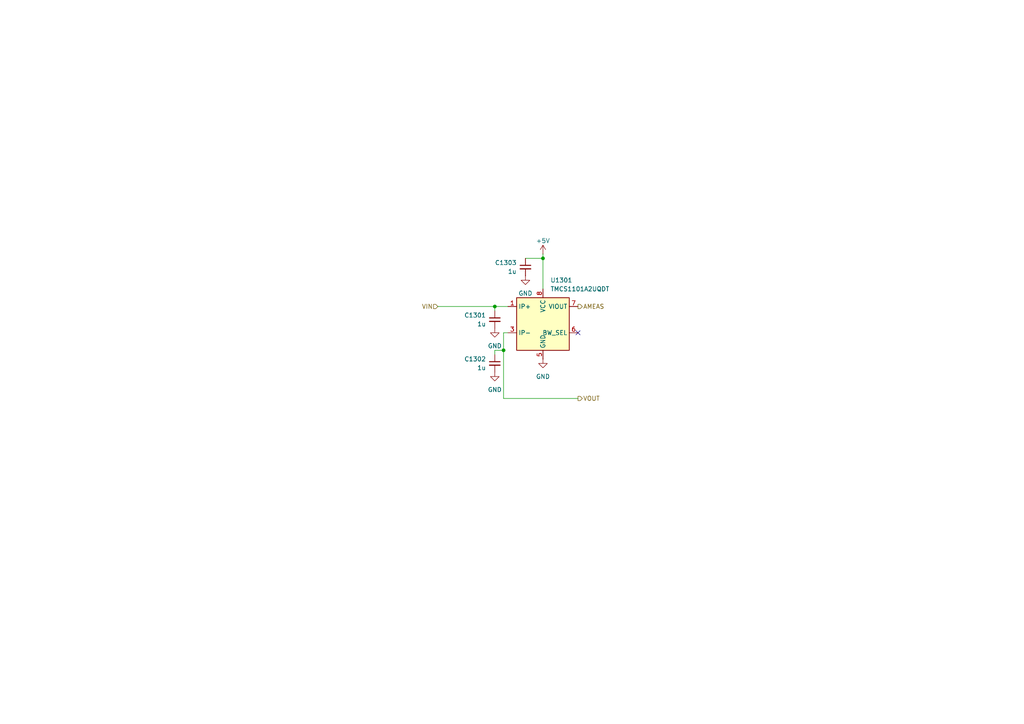
<source format=kicad_sch>
(kicad_sch (version 20250114) (generator "eeschema") (generator_version "9.0")
  (paper "A4")
  (lib_symbols
    (symbol "Device:C_Small" (pin_numbers (hide yes)) (pin_names (offset 0.254) (hide yes))
      (property "Reference" "C" (at 0.254 1.778 0))
      (property "Value" "C_Small" (at 0.254 -2.032 0))
      (symbol "C_Small_0_1"
        (polyline (pts (xy -1.524 0.508) (xy 1.524 0.508)) (stroke (width 0.3048)))
        (polyline (pts (xy -1.524 -0.508) (xy 1.524 -0.508)) (stroke (width 0.3302)))
      )
      (symbol "C_Small_1_1"
        (pin passive line (at 0 2.54 270) (length 2.032) (name "~") (number "1"))
        (pin passive line (at 0 -2.54 90) (length 2.032) (name "~") (number "2"))
      )
    )
    (symbol "Sensor_Current:ACS723xLCTR-40AB"
      (property "Reference" "U" (at 2.54 11.43 0))
      (property "Value" "ACS723xLCTR-40AB" (at 2.54 8.89 0))
      (symbol "ACS723xLCTR-40AB_0_1"
        (rectangle (start -7.62 7.62) (end 7.62 -7.62) (stroke (width 0.254)) (fill (type background)))
      )
      (symbol "ACS723xLCTR-40AB_1_1"
        (pin passive line (at -10.16 5.08 0) (length 2.54) (name "IP+") (number "1"))
        (pin passive line (at -10.16 5.08 0) (length 2.54) (hide yes) (name "IP+") (number "2"))
        (pin passive line (at -10.16 -2.54 0) (length 2.54) (name "IP-") (number "3"))
        (pin passive line (at -10.16 -2.54 0) (length 2.54) (hide yes) (name "IP-") (number "4"))
        (pin power_in line (at 0 10.16 270) (length 2.54) (name "VCC") (number "8"))
        (pin power_in line (at 0 -10.16 90) (length 2.54) (name "GND") (number "5"))
        (pin output line (at 10.16 5.08 180) (length 2.54) (name "VIOUT") (number "7"))
        (pin input line (at 10.16 -2.54 180) (length 2.54) (name "BW_SEL") (number "6"))
      )
    )
    (symbol "power:+5V" (power) (pin_numbers (hide yes)) (pin_names (offset 0) (hide yes))
      (property "Value" "+5V" (at 0 3.556 0))
      (symbol "+5V_0_1"
        (polyline (pts (xy -0.762 1.27) (xy 0 2.54)))
        (polyline (pts (xy 0 2.54) (xy 0.762 1.27)))
        (polyline (pts (xy 0 0) (xy 0 2.54)))
      )
      (symbol "+5V_1_1"
        (pin power_in line (at 0 0 90) (length 0) (name "~") (number "1"))
      )
    )
    (symbol "power:GND" (power) (pin_numbers (hide yes)) (pin_names (offset 0) (hide yes))
      (property "Value" "GND" (at 0 -3.81 0))
      (symbol "GND_0_1"
        (polyline (pts (xy 0 0) (xy 0 -1.27) (xy 1.27 -1.27) (xy 0 -2.54) (xy -1.27 -1.27) (xy 0 -1.27)))
      )
      (symbol "GND_1_1"
        (pin power_in line (at 0 0 270) (length 0) (name "~") (number "1"))
      )
    )
  )
  (junction (at 146.05 101.6))
  (junction (at 157.48 74.93))
  (junction (at 143.51 88.9))
  (no_connect (at 167.64 96.52))
  (wire (pts (xy 143.51 101.6) (xy 143.51 102.87)))
  (wire (pts (xy 146.05 115.57) (xy 167.64 115.57)))
  (wire (pts (xy 143.51 90.17) (xy 143.51 88.9)))
  (wire (pts (xy 146.05 101.6) (xy 146.05 115.57)))
  (wire (pts (xy 157.48 73.66) (xy 157.48 74.93)))
  (wire (pts (xy 143.51 101.6) (xy 146.05 101.6)))
  (wire (pts (xy 127 88.9) (xy 143.51 88.9)))
  (wire (pts (xy 146.05 96.52) (xy 147.32 96.52)))
  (wire (pts (xy 146.05 96.52) (xy 146.05 101.6)))
  (wire (pts (xy 157.48 83.82) (xy 157.48 74.93)))
  (wire (pts (xy 157.48 74.93) (xy 152.4 74.93)))
  (wire (pts (xy 143.51 88.9) (xy 147.32 88.9)))
  (hierarchical_label "AMEAS" (shape output) (at 167.64 88.9 0))
  (hierarchical_label "VOUT" (shape output) (at 167.64 115.57 0))
  (hierarchical_label "VIN" (shape input) (at 127 88.9 180))
  (symbol (lib_id "power:+5V") (at 157.48 73.66 0) (unit 1)
    (property "Reference" "#PWR0404" (effects (hide yes)))
    (property "Value" "+5V" (at 157.48 69.85 0))
    (property "Description" "Power symbol creates a global label with name \"+5V\"" (effects (hide yes)))
    (instances (project "TEST_PCB" (path "" (reference "#PWR01304") (unit 1)) (path "" (reference "#PWR0404") (unit 1))) (project "EPS" (path "" (reference "#PWR010404") (unit 1)) (path "" (reference "#PWR010504") (unit 1)) (path "" (reference "#PWR010604") (unit 1)) (path "" (reference "#PWR011004") (unit 1)) (path "" (reference "#PWR010904") (unit 1)) (path "" (reference "#PWR09335") (unit 1)) (path "" (reference "#PWR09320") (unit 1)) (path "" (reference "#PWR09325") (unit 1)) (path "" (reference "#PWR09330") (unit 1)) (path "" (reference "#PWR09404") (unit 1)) (path "" (reference "#PWR09315") (unit 1)) (path "" (reference "#PWR09310") (unit 1)) (path "" (reference "#PWR09419") (unit 1)) (path "" (reference "#PWR09409") (unit 1)) (path "" (reference "#PWR09414") (unit 1)) (path "" (reference "#PWR010509") (unit 1)) (path "" (reference "#PWR010704") (unit 1)) (path "" (reference "#PWR011104") (unit 1)) (path "" (reference "#PWR011204") (unit 1))))
  )
  (symbol (lib_id "power:GND") (at 143.51 107.95 0) (unit 1)
    (property "Reference" "#PWR0402" (effects (hide yes)))
    (property "Value" "GND" (at 143.51 113.03 0))
    (property "Description" "Power symbol creates a global label with name \"GND\" , ground" (effects (hide yes)))
    (instances (project "TEST_PCB" (path "" (reference "#PWR01302") (unit 1)) (path "" (reference "#PWR0402") (unit 1))) (project "EPS" (path "" (reference "#PWR010402") (unit 1)) (path "" (reference "#PWR010502") (unit 1)) (path "" (reference "#PWR010602") (unit 1)) (path "" (reference "#PWR011002") (unit 1)) (path "" (reference "#PWR010902") (unit 1)) (path "" (reference "#PWR09333") (unit 1)) (path "" (reference "#PWR09318") (unit 1)) (path "" (reference "#PWR09323") (unit 1)) (path "" (reference "#PWR09328") (unit 1)) (path "" (reference "#PWR09402") (unit 1)) (path "" (reference "#PWR09313") (unit 1)) (path "" (reference "#PWR09308") (unit 1)) (path "" (reference "#PWR09417") (unit 1)) (path "" (reference "#PWR09407") (unit 1)) (path "" (reference "#PWR09412") (unit 1)) (path "" (reference "#PWR010507") (unit 1)) (path "" (reference "#PWR010702") (unit 1)) (path "" (reference "#PWR011102") (unit 1)) (path "" (reference "#PWR011202") (unit 1))))
  )
  (symbol (lib_id "Device:C_Small") (at 143.51 92.71 0) (mirror y) (unit 1)
    (property "Reference" "C401" (at 140.97 91.4462 0) (effects (justify left)))
    (property "Value" "1u" (at 140.97 93.9862 0) (effects (justify left)))
    (property "Footprint" "Capacitor_SMD:C_0603_1608Metric_Pad1.08x0.95mm_HandSolder" (effects (hide yes)))
    (property "Description" "Unpolarized capacitor, small symbol" (effects (hide yes)))
    (instances (project "TEST_PCB" (path "" (reference "C1301") (unit 1)) (path "" (reference "C401") (unit 1))) (project "EPS" (path "" (reference "C10401") (unit 1)) (path "" (reference "C10501") (unit 1)) (path "" (reference "C10601") (unit 1)) (path "" (reference "C11001") (unit 1)) (path "" (reference "C10901") (unit 1)) (path "" (reference "C9321") (unit 1)) (path "" (reference "C9312") (unit 1)) (path "" (reference "C9315") (unit 1)) (path "" (reference "C9318") (unit 1)) (path "" (reference "C9401") (unit 1)) (path "" (reference "C9309") (unit 1)) (path "" (reference "C9306") (unit 1)) (path "" (reference "C9410") (unit 1)) (path "" (reference "C9404") (unit 1)) (path "" (reference "C9407") (unit 1)) (path "" (reference "C10504") (unit 1)) (path "" (reference "C10701") (unit 1)) (path "" (reference "C11101") (unit 1)) (path "" (reference "C11201") (unit 1))))
  )
  (symbol (lib_id "power:GND") (at 157.48 104.14 0) (unit 1)
    (property "Reference" "#PWR0405" (effects (hide yes)))
    (property "Value" "GND" (at 157.48 109.22 0))
    (property "Description" "Power symbol creates a global label with name \"GND\" , ground" (effects (hide yes)))
    (instances (project "TEST_PCB" (path "" (reference "#PWR01305") (unit 1)) (path "" (reference "#PWR0405") (unit 1))) (project "EPS" (path "" (reference "#PWR010405") (unit 1)) (path "" (reference "#PWR010505") (unit 1)) (path "" (reference "#PWR010605") (unit 1)) (path "" (reference "#PWR011005") (unit 1)) (path "" (reference "#PWR010905") (unit 1)) (path "" (reference "#PWR09336") (unit 1)) (path "" (reference "#PWR09321") (unit 1)) (path "" (reference "#PWR09326") (unit 1)) (path "" (reference "#PWR09331") (unit 1)) (path "" (reference "#PWR09405") (unit 1)) (path "" (reference "#PWR09316") (unit 1)) (path "" (reference "#PWR09311") (unit 1)) (path "" (reference "#PWR09420") (unit 1)) (path "" (reference "#PWR09410") (unit 1)) (path "" (reference "#PWR09415") (unit 1)) (path "" (reference "#PWR010510") (unit 1)) (path "" (reference "#PWR010705") (unit 1)) (path "" (reference "#PWR011105") (unit 1)) (path "" (reference "#PWR011205") (unit 1))))
  )
  (symbol (lib_id "Sensor_Current:ACS723xLCTR-40AB") (at 157.48 93.98 0) (unit 1)
    (property "Reference" "U401" (at 159.6233 81.28 0) (effects (justify left)))
    (property "Value" "TMCS1101A2UQDT" (at 159.6233 83.82 0) (effects (justify left)))
    (property "Footprint" "Package_SO:SOIC-8_3.9x4.9mm_P1.27mm" (effects (hide yes)))
    (property "Datasheet" "https://www.ti.com/lit/ds/symlink/tmcs1101.pdf?ts=1759113786114" (effects (hide yes)))
    (instances (project "TEST_PCB" (path "" (reference "U1301") (unit 1)) (path "" (reference "U401") (unit 1))) (project "EPS" (path "" (reference "U10401") (unit 1)) (path "" (reference "U10501") (unit 1)) (path "" (reference "U10601") (unit 1)) (path "" (reference "U11001") (unit 1)) (path "" (reference "U10901") (unit 1)) (path "" (reference "U9307") (unit 1)) (path "" (reference "U9304") (unit 1)) (path "" (reference "U9305") (unit 1)) (path "" (reference "U9306") (unit 1)) (path "" (reference "U9401") (unit 1)) (path "" (reference "U9303") (unit 1)) (path "" (reference "U9302") (unit 1)) (path "" (reference "U9404") (unit 1)) (path "" (reference "U9402") (unit 1)) (path "" (reference "U9403") (unit 1)) (path "" (reference "U10502") (unit 1)) (path "" (reference "U10701") (unit 1)) (path "" (reference "U11101") (unit 1)) (path "" (reference "U11201") (unit 1))))
  )
  (symbol (lib_id "Device:C_Small") (at 152.4 77.47 0) (mirror y) (unit 1)
    (property "Reference" "C403" (at 149.86 76.2062 0) (effects (justify left)))
    (property "Value" "1u" (at 149.86 78.7462 0) (effects (justify left)))
    (property "Footprint" "Capacitor_SMD:C_0603_1608Metric_Pad1.08x0.95mm_HandSolder" (effects (hide yes)))
    (property "Description" "Unpolarized capacitor, small symbol" (effects (hide yes)))
    (instances (project "TEST_PCB" (path "" (reference "C1303") (unit 1)) (path "" (reference "C403") (unit 1))) (project "EPS" (path "" (reference "C10403") (unit 1)) (path "" (reference "C10503") (unit 1)) (path "" (reference "C10603") (unit 1)) (path "" (reference "C11003") (unit 1)) (path "" (reference "C10903") (unit 1)) (path "" (reference "C9323") (unit 1)) (path "" (reference "C9314") (unit 1)) (path "" (reference "C9317") (unit 1)) (path "" (reference "C9320") (unit 1)) (path "" (reference "C9403") (unit 1)) (path "" (reference "C9311") (unit 1)) (path "" (reference "C9308") (unit 1)) (path "" (reference "C9412") (unit 1)) (path "" (reference "C9406") (unit 1)) (path "" (reference "C9409") (unit 1)) (path "" (reference "C10506") (unit 1)) (path "" (reference "C10703") (unit 1)) (path "" (reference "C11103") (unit 1)) (path "" (reference "C11203") (unit 1))))
  )
  (symbol (lib_id "Device:C_Small") (at 143.51 105.41 0) (mirror y) (unit 1)
    (property "Reference" "C402" (at 140.97 104.1462 0) (effects (justify left)))
    (property "Value" "1u" (at 140.97 106.6862 0) (effects (justify left)))
    (property "Footprint" "Capacitor_SMD:C_0603_1608Metric_Pad1.08x0.95mm_HandSolder" (effects (hide yes)))
    (property "Description" "Unpolarized capacitor, small symbol" (effects (hide yes)))
    (instances (project "TEST_PCB" (path "" (reference "C1302") (unit 1)) (path "" (reference "C402") (unit 1))) (project "EPS" (path "" (reference "C10402") (unit 1)) (path "" (reference "C10502") (unit 1)) (path "" (reference "C10602") (unit 1)) (path "" (reference "C11002") (unit 1)) (path "" (reference "C10902") (unit 1)) (path "" (reference "C9322") (unit 1)) (path "" (reference "C9313") (unit 1)) (path "" (reference "C9316") (unit 1)) (path "" (reference "C9319") (unit 1)) (path "" (reference "C9402") (unit 1)) (path "" (reference "C9310") (unit 1)) (path "" (reference "C9307") (unit 1)) (path "" (reference "C9411") (unit 1)) (path "" (reference "C9405") (unit 1)) (path "" (reference "C9408") (unit 1)) (path "" (reference "C10505") (unit 1)) (path "" (reference "C10702") (unit 1)) (path "" (reference "C11102") (unit 1)) (path "" (reference "C11202") (unit 1))))
  )
  (symbol (lib_id "power:GND") (at 143.51 95.25 0) (unit 1)
    (property "Reference" "#PWR0401" (effects (hide yes)))
    (property "Value" "GND" (at 143.51 100.33 0))
    (property "Description" "Power symbol creates a global label with name \"GND\" , ground" (effects (hide yes)))
    (instances (project "TEST_PCB" (path "" (reference "#PWR01301") (unit 1)) (path "" (reference "#PWR0401") (unit 1))) (project "EPS" (path "" (reference "#PWR010401") (unit 1)) (path "" (reference "#PWR010501") (unit 1)) (path "" (reference "#PWR010601") (unit 1)) (path "" (reference "#PWR011001") (unit 1)) (path "" (reference "#PWR010901") (unit 1)) (path "" (reference "#PWR09332") (unit 1)) (path "" (reference "#PWR09317") (unit 1)) (path "" (reference "#PWR09322") (unit 1)) (path "" (reference "#PWR09327") (unit 1)) (path "" (reference "#PWR09401") (unit 1)) (path "" (reference "#PWR09312") (unit 1)) (path "" (reference "#PWR09307") (unit 1)) (path "" (reference "#PWR09416") (unit 1)) (path "" (reference "#PWR09406") (unit 1)) (path "" (reference "#PWR09411") (unit 1)) (path "" (reference "#PWR010506") (unit 1)) (path "" (reference "#PWR010701") (unit 1)) (path "" (reference "#PWR011101") (unit 1)) (path "" (reference "#PWR011201") (unit 1))))
  )
  (symbol (lib_id "power:GND") (at 152.4 80.01 0) (unit 1)
    (property "Reference" "#PWR0403" (effects (hide yes)))
    (property "Value" "GND" (at 152.4 85.09 0))
    (property "Description" "Power symbol creates a global label with name \"GND\" , ground" (effects (hide yes)))
    (instances (project "TEST_PCB" (path "" (reference "#PWR01303") (unit 1)) (path "" (reference "#PWR0403") (unit 1))) (project "EPS" (path "" (reference "#PWR010403") (unit 1)) (path "" (reference "#PWR010503") (unit 1)) (path "" (reference "#PWR010603") (unit 1)) (path "" (reference "#PWR011003") (unit 1)) (path "" (reference "#PWR010903") (unit 1)) (path "" (reference "#PWR09334") (unit 1)) (path "" (reference "#PWR09319") (unit 1)) (path "" (reference "#PWR09324") (unit 1)) (path "" (reference "#PWR09329") (unit 1)) (path "" (reference "#PWR09403") (unit 1)) (path "" (reference "#PWR09314") (unit 1)) (path "" (reference "#PWR09309") (unit 1)) (path "" (reference "#PWR09418") (unit 1)) (path "" (reference "#PWR09408") (unit 1)) (path "" (reference "#PWR09413") (unit 1)) (path "" (reference "#PWR010508") (unit 1)) (path "" (reference "#PWR010703") (unit 1)) (path "" (reference "#PWR011103") (unit 1)) (path "" (reference "#PWR011203") (unit 1))))
  )
)
</source>
